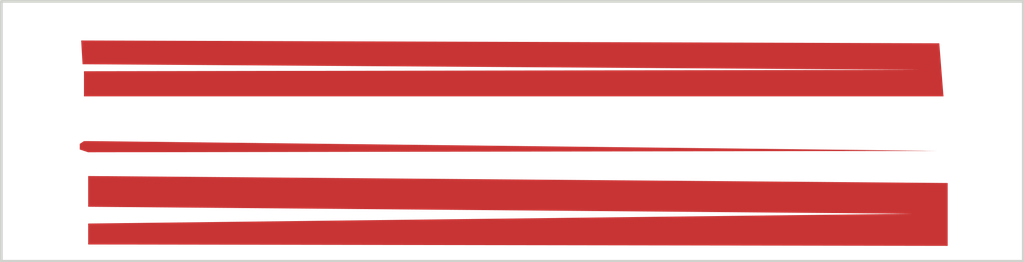
<source format=kicad_pcb>
(kicad_pcb (version 20230410) (generator pcbnew)

  (general
    (thickness 1.6)
  )

  (paper "A4")
  (layers
    (0 "F.Cu" signal)
    (31 "B.Cu" signal)
    (32 "B.Adhes" user "B.Adhesive")
    (33 "F.Adhes" user "F.Adhesive")
    (34 "B.Paste" user)
    (35 "F.Paste" user)
    (36 "B.SilkS" user "B.Silkscreen")
    (37 "F.SilkS" user "F.Silkscreen")
    (38 "B.Mask" user)
    (39 "F.Mask" user)
    (40 "Dwgs.User" user "User.Drawings")
    (41 "Cmts.User" user "User.Comments")
    (42 "Eco1.User" user "User.Eco1")
    (43 "Eco2.User" user "User.Eco2")
    (44 "Edge.Cuts" user)
    (45 "Margin" user)
    (46 "B.CrtYd" user "B.Courtyard")
    (47 "F.CrtYd" user "F.Courtyard")
    (48 "B.Fab" user)
    (49 "F.Fab" user)
    (50 "User.1" user)
    (51 "User.2" user)
    (52 "User.3" user)
    (53 "User.4" user)
    (54 "User.5" user)
    (55 "User.6" user)
    (56 "User.7" user)
    (57 "User.8" user)
    (58 "User.9" user)
  )

  (setup
    (pad_to_mask_clearance 0)
    (pcbplotparams
      (layerselection 0x00010fc_ffffffff)
      (plot_on_all_layers_selection 0x0000000_00000000)
      (disableapertmacros false)
      (usegerberextensions false)
      (usegerberattributes true)
      (usegerberadvancedattributes true)
      (creategerberjobfile true)
      (dashed_line_dash_ratio 12.000000)
      (dashed_line_gap_ratio 3.000000)
      (svgprecision 4)
      (plotframeref false)
      (viasonmask false)
      (mode 1)
      (useauxorigin false)
      (hpglpennumber 1)
      (hpglpenspeed 20)
      (hpglpendiameter 15.000000)
      (dxfpolygonmode true)
      (dxfimperialunits true)
      (dxfusepcbnewfont true)
      (psnegative false)
      (psa4output false)
      (plotreference true)
      (plotvalue true)
      (plotinvisibletext false)
      (sketchpadsonfab false)
      (subtractmaskfromsilk false)
      (outputformat 1)
      (mirror false)
      (drillshape 1)
      (scaleselection 1)
      (outputdirectory "")
    )
  )

  (net 0 "")

  (gr_poly
    (pts
      (xy 101.9556 69.1388)
      (xy 133.096 69.2404)
      (xy 133.2484 71.1708)
      (xy 102.0572 71.1708)
      (xy 102.0572 70.2564)
      (xy 132.4356 70.2056)
      (xy 102.0064 70.0024)
    )
    (stroke (width 0) (type solid)) (fill solid) (layer "F.Cu") (tstamp 53555c8c-8370-4dd2-82cd-fb5fcf7d0670))
  (gr_poly
    (pts
      (xy 102.2096 76.5556)
      (xy 133.4008 76.6064)
      (xy 133.4008 74.3204)
      (xy 102.2096 74.0664)
      (xy 102.2096 75.184)
      (xy 132.1308 75.438)
      (xy 102.2096 75.7936)
    )
    (stroke (width 0) (type solid)) (fill solid) (layer "F.Cu") (tstamp 9e84cf11-135c-4d2a-a849-6dc335827c5c))
  (gr_poly
    (pts
      (xy 102.2096 72.7964)
      (xy 133.0452 73.152)
      (xy 102.2096 73.2028)
      (xy 101.9048 73.1012)
      (xy 101.9048 72.898)
      (xy 102.0572 72.7964)
    )
    (stroke (width 0) (type solid)) (fill solid) (layer "F.Cu") (tstamp ceafb5a5-949b-47d2-af13-6d5cb962e056))
  (gr_rect (start 99.06 67.7164) (end 136.144 77.1652)
    (stroke (width 0.1) (type default)) (fill none) (layer "Edge.Cuts") (tstamp 2be69152-e65e-49cc-b325-c520ff486dc0))

)

</source>
